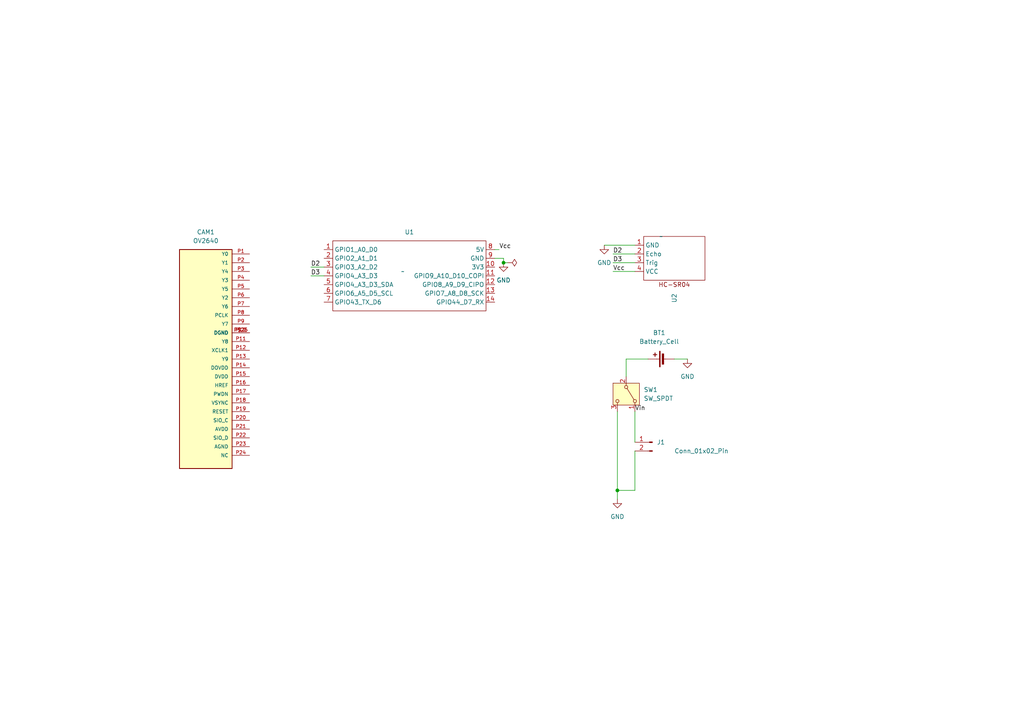
<source format=kicad_sch>
(kicad_sch (version 20230121) (generator eeschema)
  (paper "A4")
  (lib_symbols
    (symbol "514_KiCAD_DEMO:XIAO_ESP32_SENSE"
      (property "Reference" "U" (at 0 0 0))
      (symbol "XIAO_ESP32_SENSE_0_1"
        (polyline (pts (xy -20.32 8.89) (xy -20.32 -11.43) (xy 24.13 -11.43) (xy 24.13 8.89) (xy -20.32 8.89)))
      )
      (symbol "XIAO_ESP32_SENSE_1_1"
        (pin bidirectional line (at -22.86 6.35 0) (length 2.54) (name "GPIO1_A0_D0") (number "1"))
        (pin bidirectional line (at 26.67 1.27 180) (length 2.54) (name "3V3") (number "10"))
        (pin bidirectional line (at 26.67 -1.27 180) (length 2.54) (name "GPIO9_A10_D10_COPI") (number "11"))
        (pin bidirectional line (at 26.67 -3.81 180) (length 2.54) (name "GPIO8_A9_D9_CIPO") (number "12"))
        (pin bidirectional line (at 26.67 -6.35 180) (length 2.54) (name "GPIO7_A8_D8_SCK") (number "13"))
        (pin bidirectional line (at 26.67 -8.89 180) (length 2.54) (name "GPIO44_D7_RX") (number "14"))
        (pin bidirectional line (at -22.86 3.81 0) (length 2.54) (name "GPIO2_A1_D1") (number "2"))
        (pin bidirectional line (at -22.86 1.27 0) (length 2.54) (name "GPIO3_A2_D2") (number "3"))
        (pin bidirectional line (at -22.86 -1.27 0) (length 2.54) (name "GPIO4_A3_D3") (number "4"))
        (pin bidirectional line (at -22.86 -3.81 0) (length 2.54) (name "GPIO4_A3_D3_SDA") (number "5"))
        (pin bidirectional line (at -22.86 -6.35 0) (length 2.54) (name "GPIO6_A5_D5_SCL") (number "6"))
        (pin bidirectional line (at -22.86 -8.89 0) (length 2.54) (name "GPIO43_TX_D6") (number "7"))
        (pin bidirectional line (at 26.67 6.35 180) (length 2.54) (name "5V") (number "8"))
        (pin bidirectional line (at 26.67 3.81 180) (length 2.54) (name "GND") (number "9"))
      )
    )
    (symbol "Connector:Conn_01x02_Pin" (pin_names (offset 1.016) hide)
      (property "Reference" "J" (at 0 2.54 0))
      (property "Value" "Conn_01x02_Pin" (at 0 -5.08 0))
      (symbol "Conn_01x02_Pin_1_1"
        (polyline (pts (xy 1.27 -2.54) (xy 0.8636 -2.54)) (stroke (width 0.1524)))
        (polyline (pts (xy 1.27 0) (xy 0.8636 0)) (stroke (width 0.1524)))
        (rectangle (start 0.8636 -2.413) (end 0 -2.667) (stroke (width 0.1524)) (fill (type outline)))
        (rectangle (start 0.8636 0.127) (end 0 -0.127) (stroke (width 0.1524)) (fill (type outline)))
        (pin passive line (at 5.08 0 180) (length 3.81) (name "Pin_1") (number "1"))
        (pin passive line (at 5.08 -2.54 180) (length 3.81) (name "Pin_2") (number "2"))
      )
    )
    (symbol "Device:Battery_Cell" (pin_numbers hide) (pin_names (offset 0) hide)
      (property "Reference" "BT" (at 2.54 2.54 0))
      (property "Value" "Battery_Cell" (at 2.54 0 0))
      (symbol "Battery_Cell_0_1"
        (rectangle (start -2.286 1.778) (end 2.286 1.524) (fill (type outline)))
        (rectangle (start -1.524 1.016) (end 1.524 0.508) (fill (type outline)))
        (polyline (pts (xy 0 0.762) (xy 0 0)))
        (polyline (pts (xy 0 1.778) (xy 0 2.54)))
        (polyline (pts (xy 0.762 3.048) (xy 1.778 3.048)) (stroke (width 0.254)))
        (polyline (pts (xy 1.27 3.556) (xy 1.27 2.54)) (stroke (width 0.254)))
      )
      (symbol "Battery_Cell_1_1"
        (pin passive line (at 0 5.08 270) (length 2.54) (name "+") (number "1"))
        (pin passive line (at 0 -2.54 90) (length 2.54) (name "-") (number "2"))
      )
    )
    (symbol "HC_SR04_new:HC_SR04_new"
      (property "Reference" "U" (at 0 7.62 0))
      (symbol "HC_SR04_new_0_1"
        (rectangle (start -8.89 6.35) (end 8.89 -6.35))
      )
      (symbol "HC_SR04_new_1_1"
        (text "HC-SR04" (at 0 -7.62 0) (effects (font (size 1.27 1.27))))
        (pin input line (at -11.43 3.81 0) (length 2.54) (name "GND") (number "1"))
        (pin input line (at -11.43 1.27 0) (length 2.54) (name "Echo") (number "2"))
        (pin input line (at -11.43 -1.27 0) (length 2.54) (name "Trig") (number "3"))
        (pin input line (at -11.43 -3.81 0) (length 2.54) (name "VCC") (number "4"))
      )
    )
    (symbol "OV2640:OV2640" (pin_names (offset 1.016))
      (property "Reference" "CAM" (at 0 0 0))
      (property "Value" "OV2640" (at 0 0 0))
      (symbol "OV2640_0_0"
        (rectangle (start -5.08 -33.02) (end 10.16 30.48) (stroke (width 0.254)) (fill (type background)))
        (pin bidirectional line (at 15.24 6.35 180) (length 5.08) (name "DGND") (number "P$25"))
        (pin bidirectional line (at 15.24 6.35 180) (length 5.08) (name "DGND") (number "P$26"))
        (pin bidirectional line (at 15.24 29.21 180) (length 5.08) (name "Y0") (number "P1"))
        (pin bidirectional line (at 15.24 6.35 180) (length 5.08) (name "DGND") (number "P10"))
        (pin bidirectional line (at 15.24 3.81 180) (length 5.08) (name "Y8") (number "P11"))
        (pin bidirectional line (at 15.24 1.27 180) (length 5.08) (name "XCLK1") (number "P12"))
        (pin bidirectional line (at 15.24 -1.27 180) (length 5.08) (name "Y9") (number "P13"))
        (pin bidirectional line (at 15.24 -3.81 180) (length 5.08) (name "DOVDD") (number "P14"))
        (pin bidirectional line (at 15.24 -6.35 180) (length 5.08) (name "DVDD") (number "P15"))
        (pin bidirectional line (at 15.24 -8.89 180) (length 5.08) (name "HREF") (number "P16"))
        (pin bidirectional line (at 15.24 -11.43 180) (length 5.08) (name "PWDN") (number "P17"))
        (pin bidirectional line (at 15.24 -13.97 180) (length 5.08) (name "VSYNC") (number "P18"))
        (pin bidirectional line (at 15.24 -16.51 180) (length 5.08) (name "RESET") (number "P19"))
        (pin bidirectional line (at 15.24 26.67 180) (length 5.08) (name "Y1") (number "P2"))
        (pin bidirectional line (at 15.24 -19.05 180) (length 5.08) (name "SIO_C") (number "P20"))
        (pin bidirectional line (at 15.24 -21.59 180) (length 5.08) (name "AVDD") (number "P21"))
        (pin bidirectional line (at 15.24 -24.13 180) (length 5.08) (name "SIO_D") (number "P22"))
        (pin bidirectional line (at 15.24 -26.67 180) (length 5.08) (name "AGND") (number "P23"))
        (pin bidirectional line (at 15.24 -29.21 180) (length 5.08) (name "NC") (number "P24"))
        (pin bidirectional line (at 15.24 24.13 180) (length 5.08) (name "Y4") (number "P3"))
        (pin bidirectional line (at 15.24 21.59 180) (length 5.08) (name "Y3") (number "P4"))
        (pin bidirectional line (at 15.24 19.05 180) (length 5.08) (name "Y5") (number "P5"))
        (pin bidirectional line (at 15.24 16.51 180) (length 5.08) (name "Y2") (number "P6"))
        (pin bidirectional line (at 15.24 13.97 180) (length 5.08) (name "Y6") (number "P7"))
        (pin bidirectional line (at 15.24 11.43 180) (length 5.08) (name "PCLK") (number "P8"))
        (pin bidirectional line (at 15.24 8.89 180) (length 5.08) (name "Y7") (number "P9"))
      )
    )
    (symbol "Switch:SW_SPDT" (pin_names (offset 0) hide)
      (property "Reference" "SW" (at 0 5.08 0))
      (property "Value" "SW_SPDT" (at 0 -5.08 0))
      (symbol "SW_SPDT_0_1"
        (circle (center -2.032 0) (radius 0.4572))
        (polyline (pts (xy -1.651 0.254) (xy 1.651 2.286)))
        (circle (center 2.032 -2.54) (radius 0.4572))
        (circle (center 2.032 2.54) (radius 0.4572))
      )
      (symbol "SW_SPDT_1_1"
        (rectangle (start -3.175 3.81) (end 3.175 -3.81) (fill (type background)))
        (pin passive line (at 5.08 2.54 180) (length 2.54) (name "A") (number "1"))
        (pin passive line (at -5.08 0 0) (length 2.54) (name "B") (number "2"))
        (pin passive line (at 5.08 -2.54 180) (length 2.54) (name "C") (number "3"))
      )
    )
    (symbol "power:GND" (power) (pin_names (offset 0))
      (property "Value" "GND" (at 0 -3.81 0))
      (symbol "GND_0_1"
        (polyline (pts (xy 0 0) (xy 0 -1.27) (xy 1.27 -1.27) (xy 0 -2.54) (xy -1.27 -1.27) (xy 0 -1.27)))
      )
      (symbol "GND_1_1"
        (pin power_in line (at 0 0 270) (length 0) hide (name "GND") (number "1"))
      )
    )
    (symbol "power:PWR_FLAG" (power) (pin_numbers hide) (pin_names (offset 0) hide)
      (property "Value" "PWR_FLAG" (at 0 3.81 0))
      (symbol "PWR_FLAG_0_0"
        (pin power_out line (at 0 0 90) (length 0) (name "pwr") (number "1"))
      )
      (symbol "PWR_FLAG_0_1"
        (polyline (pts (xy 0 0) (xy 0 1.27) (xy -1.016 1.905) (xy 0 2.54) (xy 1.016 1.905) (xy 0 1.27)))
      )
    )
  )
  (junction (at 146.05 76.2))
  (junction (at 179.07 142.24))
  (wire (pts (xy 146.05 74.93) (xy 146.05 76.2)))
  (wire (pts (xy 184.15 130.81) (xy 184.15 142.24)))
  (wire (pts (xy 90.17 80.01) (xy 93.98 80.01)))
  (wire (pts (xy 143.51 74.93) (xy 146.05 74.93)))
  (wire (pts (xy 146.05 76.2) (xy 147.32 76.2)))
  (wire (pts (xy 177.8 78.74) (xy 184.15 78.74)))
  (wire (pts (xy 184.15 119.38) (xy 184.15 128.27)))
  (wire (pts (xy 177.8 76.2) (xy 184.15 76.2)))
  (wire (pts (xy 175.26 71.12) (xy 184.15 71.12)))
  (wire (pts (xy 179.07 119.38) (xy 179.07 142.24)))
  (wire (pts (xy 177.8 73.66) (xy 184.15 73.66)))
  (wire (pts (xy 179.07 142.24) (xy 179.07 144.78)))
  (wire (pts (xy 195.58 104.14) (xy 199.39 104.14)))
  (wire (pts (xy 90.17 77.47) (xy 93.98 77.47)))
  (wire (pts (xy 181.61 104.14) (xy 187.96 104.14)))
  (wire (pts (xy 181.61 104.14) (xy 181.61 109.22)))
  (wire (pts (xy 143.51 72.39) (xy 144.78 72.39)))
  (wire (pts (xy 184.15 142.24) (xy 179.07 142.24)))
  (label "Vcc" (at 177.8 78.74 0))
  (label "Vcc" (at 144.78 72.39 0))
  (label "D2" (at 177.8 73.66 0))
  (label "Vin" (at 184.15 119.38 0))
  (label "D2" (at 90.17 77.47 0))
  (label "D3" (at 90.17 80.01 0))
  (label "D3" (at 177.8 76.2 0))
  (symbol (lib_id "Connector:Conn_01x02_Pin") (at 189.23 128.27 0) (mirror y) (unit 1)
    (property "Reference" "J1" (at 190.5 128.27 0) (effects (justify right)))
    (property "Value" "Conn_01x02_Pin" (at 195.58 130.81 0) (effects (justify right)))
    (property "Footprint" "Connector_JST:JST_XA_B02B-XASK-1-A_1x02_P2.50mm_Vertical" (effects hide))
  )
  (symbol (lib_id "Device:Battery_Cell") (at 193.04 104.14 90) (unit 1)
    (property "Reference" "BT1" (at 191.1985 96.52 90))
    (property "Value" "Battery_Cell" (at 191.1985 99.06 90))
    (property "Footprint" "Connector_JST:JST_PHD_B8B-PHDSS_2x04_P2.00mm_Vertical" (effects hide))
  )
  (symbol (lib_id "power:GND") (at 179.07 144.78 0) (unit 1)
    (property "Reference" "#PWR03" (effects hide))
    (property "Value" "GND" (at 179.07 149.86 0))
  )
  (symbol (lib_id "OV2640:OV2640") (at 57.15 102.87 0) (unit 1)
    (property "Reference" "CAM1" (at 59.69 67.31 0))
    (property "Value" "OV2640" (at 59.69 69.85 0))
    (property "Footprint" "OV2640:FPC-24" (effects hide))
    (property "MF" "Omnivision Technologies" (effects hide))
    (property "Description" "\nOV2640 Camera Sensor M5Stack Platform Evaluation Expansion Board\n" (effects hide))
    (property "Package" "None" (effects hide))
    (property "Price" "None" (effects hide))
    (property "SnapEDA_Link" "https://www.snapeda.com/parts/OV2640/Omnivision+Technologies/view-part/?ref=snap" (effects hide))
    (property "MP" "OV2640" (effects hide))
    (property "Availability" "Not in stock" (effects hide))
    (property "Check_prices" "https://www.snapeda.com/parts/OV2640/Omnivision+Technologies/view-part/?ref=eda" (effects hide))
  )
  (symbol (lib_id "power:GND") (at 199.39 104.14 0) (unit 1)
    (property "Reference" "#PWR04" (effects hide))
    (property "Value" "GND" (at 199.39 109.22 0))
  )
  (symbol (lib_id "power:GND") (at 175.26 71.12 0) (unit 1)
    (property "Reference" "#PWR02" (effects hide))
    (property "Value" "GND" (at 175.26 76.2 0))
  )
  (symbol (lib_id "power:PWR_FLAG") (at 147.32 76.2 270) (unit 1)
    (property "Reference" "#FLG01" (effects hide))
    (property "Value" "PWR_FLAG" (effects hide))
  )
  (symbol (lib_id "HC_SR04_new:HC_SR04_new") (at 195.58 74.93 0) (unit 1)
    (property "Reference" "U2" (at 195.58 85.09 90) (effects (justify right)))
    (property "Value" "~" (at 191.77 68.58 0))
  )
  (symbol (lib_id "514_KiCAD_DEMO:XIAO_ESP32_SENSE") (at 116.84 78.74 0) (unit 1)
    (property "Reference" "U1" (at 118.745 67.31 0))
    (property "Value" "~" (at 116.84 78.74 0))
  )
  (symbol (lib_id "power:GND") (at 146.05 76.2 0) (unit 1)
    (property "Reference" "#PWR01" (effects hide))
    (property "Value" "GND" (at 146.05 81.28 0))
  )
  (symbol (lib_id "Switch:SW_SPDT") (at 181.61 114.3 270) (unit 1)
    (property "Reference" "SW1" (at 186.69 113.03 90) (effects (justify left)))
    (property "Value" "SW_SPDT" (at 186.69 115.57 90) (effects (justify left)))
    (property "Footprint" "Connector_JST:JST_EH_B3B-EH-A_1x03_P2.50mm_Vertical" (effects hide))
  )
)
</source>
